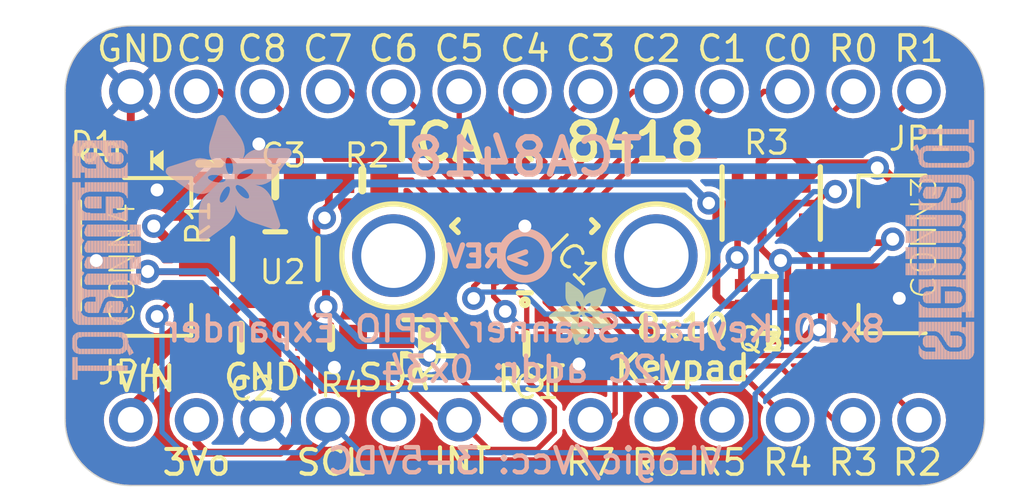
<source format=kicad_pcb>
(kicad_pcb (version 20211014) (generator pcbnew)
  (layers (0 "F.Cu" signal) (31 "B.Cu" signal) (34 "B.Paste" user) (35 "F.Paste" user) (36 "B.SilkS" user "B.Silkscreen") (37 "F.SilkS" user "F.Silkscreen") (38 "B.Mask" user) (39 "F.Mask" user) (44 "Edge.Cuts" user))
  (net 0 "")
  (net 1 "GND")
  (net 2 "SDA")
  (net 3 "SCL")
  (net 4 "SCL_3V")
  (net 5 "SDA_3V")
  (net 6 "3.3V")
  (net 7 "INT")
  (net 8 "VCC")
  (net 9 "N$1")
  (net 10 "C0")
  (net 11 "C1")
  (net 12 "C2")
  (net 13 "C3")
  (net 14 "C4")
  (net 15 "C5")
  (net 16 "C6")
  (net 17 "C7")
  (net 18 "C8")
  (net 19 "C9")
  (net 20 "R0")
  (net 21 "R1")
  (net 22 "R7")
  (net 23 "R6")
  (net 24 "R5")
  (net 25 "R4")
  (net 26 "R3")
  (net 27 "RST_3V")
  (net 28 "R2")
  (net 29 "RST")
  (footprint "eagleBoard:0805-NO" (layer "F.Cu") (at 138.8491 102.2096)
    (fp_text reference "C3")
    (fp_text value "10uF")
  )
  (footprint "eagleBoard:MOUNTINGHOLE_2.5_PLATED" (layer "F.Cu") (at 143.4211 105.0036)
    (fp_text reference "U$1" hide)
    (fp_text value "MOUNTINGHOLE2.5" hide)
  )
  (footprint "eagleBoard:1X13_ROUND_70" (layer "F.Cu") (at 148.5011 98.6536 180)
    (fp_text reference "JP1")
    (fp_text value "")
  )
  (footprint "eagleBoard:0603-NO" (layer "F.Cu") (at 141.0081 108.1786)
    (fp_text reference "R4")
    (fp_text value "10K")
  )
  (footprint "eagleBoard:JST_SH4" (layer "F.Cu") (at 163.1061 105.0036 90)
    (fp_text reference "CONN3")
    (fp_text value "STEMMA_I2C_QT" hide)
  )
  (footprint "eagleBoard:0603-NO" (layer "F.Cu") (at 142.2146 102.0826)
    (fp_text reference "R2")
    (fp_text value "10K")
  )
  (footprint "eagleBoard:0805-NO" (layer "F.Cu") (at 137.5156 108.1786)
    (fp_text reference "C2")
    (fp_text value "10uF")
  )
  (footprint "eagleBoard:JST_SH4" (layer "F.Cu") (at 133.8961 105.0036 -90)
    (fp_text reference "CONN4")
    (fp_text value "STEMMA_I2C_QT" hide)
  )
  (footprint "eagleBoard:FIDUCIAL_1MM" (layer "F.Cu") (at 165.1381 100.5586)
    (fp_text reference "FID4" hide)
    (fp_text value "FIDUCIAL_1MM" hide)
  )
  (footprint "eagleBoard:QFN24_4MM_SMSC" (layer "F.Cu") (at 148.5011 103.8606 135)
    (fp_text reference "IC1")
    (fp_text value "TCA8418")
  )
  (footprint "eagleBoard:FIDUCIAL_1MM" (layer "F.Cu") (at 131.5466 109.5121)
    (fp_text reference "FID3" hide)
    (fp_text value "FIDUCIAL_1MM" hide)
  )
  (footprint "eagleBoard:RESPACK_4X0603" (layer "F.Cu") (at 158.0261 102.9716 180)
    (fp_text reference "R3")
    (fp_text value "10K Pack")
  )
  (footprint "eagleBoard:SOT23-5" (layer "F.Cu") (at 138.8491 105.1306)
    (fp_text reference "U2")
    (fp_text value "AP2127K-3.3")
  )
  (footprint "eagleBoard:0603-NO" (layer "F.Cu") (at 148.5646 108.4326)
    (fp_text reference "C1")
    (fp_text value "0.1uF")
  )
  (footprint "eagleBoard:0603-NO" (layer "F.Cu") (at 136.3091 101.4476 -90)
    (fp_text reference "R1")
    (fp_text value "10K")
  )
  (footprint "eagleBoard:SOD-323" (layer "F.Cu") (at 144.8181 108.1786 180)
    (fp_text reference "D2")
    (fp_text value "1n4148")
  )
  (footprint "eagleBoard:MOUNTINGHOLE_2.5_PLATED" (layer "F.Cu") (at 153.5811 105.0036)
    (fp_text reference "U$17" hide)
    (fp_text value "MOUNTINGHOLE2.5" hide)
  )
  (footprint "eagleBoard:1X13_ROUND_70" (layer "F.Cu") (at 148.5011 111.3536)
    (fp_text reference "JP4")
    (fp_text value "")
  )
  (footprint "eagleBoard:CHIPLED_0603_NOOUTLINE" (layer "F.Cu") (at 134.2771 101.3206 90)
    (fp_text reference "D1")
    (fp_text value "GREEN")
  )
  (footprint "eagleBoard:ADAFRUIT_2.5MM" (layer "F.Cu") (at 151.8666 106.0196 180)
    (fp_text reference "U$20" hide)
    (fp_text value "" hide)
  )
  (footprint "eagleBoard:SOT363" (layer "F.Cu") (at 157.7721 106.9086 90)
    (fp_text reference "Q2")
    (fp_text value "BSS138")
  )
  (footprint "eagleBoard:STEMMAQT" (layer "B.Cu") (at 163.2331 109.0041 90)
    (fp_text reference "U$30" hide)
    (fp_text value "" hide)
  )
  (footprint "eagleBoard:ADAFRUIT_5MM" (layer "B.Cu") (at 139.4841 104.4321 180)
    (fp_text reference "U$19" hide)
    (fp_text value "" hide)
  )
  (footprint "eagleBoard:PCBFEAT-REV-040" (layer "B.Cu") (at 148.5011 105.0036 180)
    (fp_text reference "U$12" hide)
    (fp_text value "" hide)
  )
  (footprint "eagleBoard:STEMMAQT" (layer "B.Cu") (at 133.6421 100.5586 -90)
    (fp_text reference "U$31" hide)
    (fp_text value "" hide)
  )
  (gr_arc (start 166.2811 111.3536) (mid 165.537151 113.149651) (end 163.7411 113.8936) (layer "Edge.Cuts") (width 0.05))
  (gr_arc (start 133.2611 113.8936) (mid 131.465049 113.149651) (end 130.7211 111.3536) (layer "Edge.Cuts") (width 0.05))
  (gr_arc (start 130.7211 98.6536) (mid 131.465049 96.857549) (end 133.2611 96.1136) (layer "Edge.Cuts") (width 0.05))
  (gr_line (start 133.2611 113.8936) (end 163.7411 113.8936) (layer "Edge.Cuts") (width 0.05))
  (gr_line (start 166.2811 111.3536) (end 166.2811 98.6536) (layer "Edge.Cuts") (width 0.05))
  (gr_line (start 163.7411 96.1136) (end 133.2611 96.1136) (layer "Edge.Cuts") (width 0.05))
  (gr_arc (start 163.7411 96.1136) (mid 165.537151 96.857549) (end 166.2811 98.6536) (layer "Edge.Cuts") (width 0.05))
  (gr_line (start 130.7211 98.6536) (end 130.7211 111.3536) (layer "Edge.Cuts") (width 0.05))
  (gr_text "8x10 Keypad Scanner/GPIO Expander\nI2C addr: 0x34" (at 148.5011 108.6231) (layer "B.SilkS") (effects (font (size 0.97155 0.97155) (thickness 0.17145)) (justify mirror)))
  (gr_text "VLogic/Vcc: 3-5VDC" (at 148.5011 112.9411) (layer "B.SilkS") (effects (font (size 0.97155 0.97155) (thickness 0.17145)) (justify mirror)))
  (gr_text "TCA8418" (at 148.5011 101.1936) (layer "B.SilkS") (effects (font (size 1.40335 1.40335) (thickness 0.24765)) (justify mirror)))
  (gr_text "RST" (at 148.7551 109.7661) (layer "F.SilkS") (effects (font (size 0.961136 0.961136) (thickness 0.156464))))
  (gr_text "R2" (at 163.6776 113.0046) (layer "F.SilkS") (effects (font (size 0.983488 0.983488) (thickness 0.134112))))
  (gr_text "C6" (at 143.4211 97.0026) (layer "F.SilkS") (effects (font (size 0.983488 0.983488) (thickness 0.134112))))
  (gr_text "C8" (at 138.3411 97.0026) (layer "F.SilkS") (effects (font (size 0.983488 0.983488) (thickness 0.134112))))
  (gr_text "3Vo" (at 135.8011 113.0046) (layer "F.SilkS") (effects (font (size 0.961136 0.961136) (thickness 0.156464))))
  (gr_text "R1" (at 163.7411 97.0026) (layer "F.SilkS") (effects (font (size 0.983488 0.983488) (thickness 0.134112))))
  (gr_text "on" (at 131.1021 101.4476) (layer "F.SilkS") (effects (font (size 0.983488 0.983488) (thickness 0.134112)) (justify left bottom)))
  (gr_text "C5" (at 145.9611 97.0026) (layer "F.SilkS") (effects (font (size 0.983488 0.983488) (thickness 0.134112))))
  (gr_text "GND" (at 133.4516 97.0026) (layer "F.SilkS") (effects (font (size 0.983488 0.983488) (thickness 0.134112))))
  (gr_text "C4" (at 148.5011 97.0026) (layer "F.SilkS") (effects (font (size 0.983488 0.983488) (thickness 0.134112))))
  (gr_text "C9" (at 135.9916 97.0026) (layer "F.SilkS") (effects (font (size 0.983488 0.983488) (thickness 0.134112))))
  (gr_text "TCA   8418" (at 149.3266 100.6221) (layer "F.SilkS") (effects (font (size 1.40335 1.40335) (thickness 0.24765))))
  (gr_text "8x10\nKeypad" (at 154.5971 108.5596) (layer "F.SilkS") (effects (font (size 0.97155 0.97155) (thickness 0.17145))))
  (gr_text "INT" (at 146.0881 112.9411) (layer "F.SilkS") (effects (font (size 0.961136 0.961136) (thickness 0.156464))))
  (gr_text "R6" (at 153.5811 113.0046) (layer "F.SilkS") (effects (font (size 0.983488 0.983488) (thickness 0.134112))))
  (gr_text "R5" (at 156.1211 113.0046) (layer "F.SilkS") (effects (font (size 0.983488 0.983488) (thickness 0.134112))))
  (gr_text "C7" (at 140.8811 97.0026) (layer "F.SilkS") (effects (font (size 0.983488 0.983488) (thickness 0.134112))))
  (gr_text "C3" (at 151.0411 97.0026) (layer "F.SilkS") (effects (font (size 0.983488 0.983488) (thickness 0.134112))))
  (gr_text "SCL" (at 141.0081 113.0046) (layer "F.SilkS") (effects (font (size 0.961136 0.961136) (thickness 0.156464))))
  (gr_text "R0" (at 161.2011 97.0026) (layer "F.SilkS") (effects (font (size 0.983488 0.983488) (thickness 0.134112))))
  (gr_text "SDA" (at 143.4211 109.7026) (layer "F.SilkS") (effects (font (size 0.961136 0.961136) (thickness 0.156464))))
  (gr_text "R7" (at 151.0411 113.0046) (layer "F.SilkS") (effects (font (size 0.983488 0.983488) (thickness 0.134112))))
  (gr_text "C0" (at 158.6611 97.0026) (layer "F.SilkS") (effects (font (size 0.983488 0.983488) (thickness 0.134112))))
  (gr_text "GND" (at 138.3411 109.7026) (layer "F.SilkS") (effects (font (size 0.961136 0.961136) (thickness 0.156464))))
  (gr_text "R3" (at 161.2011 113.0046) (layer "F.SilkS") (effects (font (size 0.983488 0.983488) (thickness 0.134112))))
  (gr_text "C2" (at 153.5811 97.0026) (layer "F.SilkS") (effects (font (size 0.983488 0.983488) (thickness 0.134112))))
  (gr_text "VIN" (at 133.8326 109.7661) (layer "F.SilkS") (effects (font (size 0.961136 0.961136) (thickness 0.156464))))
  (gr_text "R4" (at 158.6611 113.0046) (layer "F.SilkS") (effects (font (size 0.983488 0.983488) (thickness 0.134112))))
  (gr_text "C1" (at 156.1211 97.0026) (layer "F.SilkS") (effects (font (size 0.983488 0.983488) (thickness 0.134112))))
  (segment (start 146.733331 103.8606) (end 148.5011 103.8606) (width 0.254) (layer "F.Cu") (net 1))
  (segment (start 135.9021 103.5036) (end 135.3171 103.5036) (width 0.4064) (layer "F.Cu") (net 1))
  (segment (start 138.8491 106.4307) (end 138.8491 107.7951) (width 0.4064) (layer "F.Cu") (net 1))
  (segment (start 133.2611 101.0546) (end 133.5271 101.3206) (width 0.3048) (layer "F.Cu") (net 1))
  (segment (start 138.4656 108.1786) (end 138.8491 107.7951) (width 0.4064) (layer "F.Cu") (net 1))
  (segment (start 135.3171 103.5036) (end 134.2771 102.4636) (width 0.4064) (layer "F.Cu") (net 1))
  (segment (start 146.203 104.390932) (end 146.733331 103.8606) (width 0.254) (layer "F.Cu") (net 1))
  (segment (start 133.2611 98.6536) (end 133.2611 101.0546) (width 0.3048) (layer "F.Cu") (net 1))
  (via (at 138.2141 100.6856) (size 0.9064) (drill 0.5) (layers "F.Cu" "B.Cu") (net 1))
  (via (at 131.9276 105.1941) (size 0.9064) (drill 0.5) (layers "F.Cu" "B.Cu") (net 1))
  (via (at 150.5966 109.1946) (size 0.9064) (drill 0.5) (layers "F.Cu" "B.Cu") (net 1))
  (via (at 162.9791 106.6546) (size 0.9064) (drill 0.5) (layers "F.Cu" "B.Cu") (net 1))
  (via (at 141.1351 109.3216) (size 0.9064) (drill 0.5) (layers "F.Cu" "B.Cu") (net 1))
  (via (at 134.2771 102.4636) (size 0.9064) (drill 0.5) (layers "F.Cu" "B.Cu") (net 1))
  (via (at 148.5011 103.8606) (size 0.9064) (drill 0.5) (layers "F.Cu" "B.Cu") (net 1))
  (segment (start 158.3881 105.1941) (end 158.1096 105.1941) (width 0.254) (layer "F.Cu") (net 2))
  (segment (start 136.2831 105.6306) (end 133.918706 105.6306) (width 0.254) (layer "F.Cu") (net 2))
  (segment (start 162.6241 104.5036) (end 162.6071 104.4866) (width 0.254) (layer "F.Cu") (net 2))
  (segment (start 133.918706 105.6306) (end 133.918706 105.615994) (width 0.254) (layer "F.Cu") (net 2))
  (segment (start 158.1096 105.1941) (end 157.6261 104.7106) (width 0.254) (layer "F.Cu") (net 2))
  (segment (start 135.9021 105.5036) (end 136.2831 105.6306) (width 0.254) (layer "F.Cu") (net 2))
  (segment (start 158.6721 105.2696) (end 158.6721 106.1586) (width 0.254) (layer "F.Cu") (net 2))
  (segment (start 158.6721 105.2696) (end 158.3881 105.2696) (width 0.254) (layer "F.Cu") (net 2))
  (segment (start 161.1001 104.5036) (end 162.6241 104.5036) (width 0.254) (layer "F.Cu") (net 2))
  (segment (start 162.7251 104.3686) (end 162.6071 104.4866) (width 0.254) (layer "F.Cu") (net 2))
  (segment (start 158.3881 105.1941) (end 158.3881 105.2696) (width 0.254) (layer "F.Cu") (net 2))
  (segment (start 157.6261 103.8216) (end 157.6261 104.7106) (width 0.254) (layer "F.Cu") (net 2))
  (via (at 158.3881 105.1941) (size 0.9064) (drill 0.5) (layers "F.Cu" "B.Cu") (net 2))
  (via (at 162.7251 104.3686) (size 0.9064) (drill 0.5) (layers "F.Cu" "B.Cu") (net 2))
  (via (at 133.918706 105.615994) (size 0.9064) (drill 0.5) (layers "F.Cu" "B.Cu") (net 2))
  (segment (start 133.918706 105.615994) (end 136.194593 105.615994) (width 0.254) (layer "B.Cu") (net 2))
  (segment (start 158.3881 105.1941) (end 158.3881 108.5786) (width 0.254) (layer "B.Cu") (net 2))
  (segment (start 140.7257 110.1471) (end 136.194593 105.615994) (width 0.254) (layer "B.Cu") (net 2))
  (segment (start 143.4211 111.3536) (end 143.4211 110.1471) (width 0.2032) (layer "B.Cu") (net 2))
  (segment (start 143.4211 110.1471) (end 156.8196 110.1471) (width 0.254) (layer "B.Cu") (net 2))
  (segment (start 140.7257 110.1471) (end 143.4211 110.1471) (width 0.254) (layer "B.Cu") (net 2))
  (segment (start 161.8996 105.1941) (end 158.3881 105.1941) (width 0.254) (layer "B.Cu") (net 2))
  (segment (start 162.7251 104.3686) (end 161.8996 105.1941) (width 0.254) (layer "B.Cu") (net 2))
  (segment (start 158.3881 108.5786) (end 156.8196 110.1471) (width 0.254) (layer "B.Cu") (net 2))
  (segment (start 159.884296 107.877797) (end 159.8341 107.8276) (width 0.2032) (layer "F.Cu") (net 3))
  (segment (start 135.061893 106.5036) (end 134.2771 107.288394) (width 0.2032) (layer "F.Cu") (net 3))
  (segment (start 159.1691 108.3056) (end 157.1371 108.3056) (width 0.254) (layer "F.Cu") (net 3))
  (segment (start 159.9611 107.5136) (end 159.8341 107.6406) (width 0.254) (layer "F.Cu") (net 3))
  (segment (start 134.2771 107.288394) (end 134.2771 107.351894) (width 0.2032) (layer "F.Cu") (net 3))
  (segment (start 159.5161 104.0116) (end 159.3261 103.8216) (width 0.254) (layer "F.Cu") (net 3))
  (segment (start 159.3261 103.8216) (end 159.9611 104.4566) (width 0.254) (layer "F.Cu") (net 3))
  (segment (start 156.8716 108.0401) (end 156.8716 107.6591) (width 0.254) (layer "F.Cu") (net 3))
  (segment (start 159.5761 104.0116) (end 159.5161 104.0116) (width 0.254) (layer "F.Cu") (net 3))
  (segment (start 157.1371 108.3056) (end 156.8716 108.0401) (width 0.254) (layer "F.Cu") (net 3))
  (segment (start 159.8341 107.8276) (end 159.8341 107.6406) (width 0.2032) (layer "F.Cu") (net 3))
  (segment (start 159.8341 107.6406) (end 159.1691 108.3056) (width 0.254) (layer "F.Cu") (net 3))
  (segment (start 156.8721 107.6586) (end 156.8716 107.6591) (width 0.254) (layer "F.Cu") (net 3))
  (segment (start 160.0841 103.5036) (end 159.5761 104.0116) (width 0.254) (layer "F.Cu") (net 3))
  (segment (start 161.1001 103.5036) (end 160.0841 103.5036) (width 0.254) (layer "F.Cu") (net 3))
  (segment (start 159.9611 104.4566) (end 159.9611 107.5136) (width 0.254) (layer "F.Cu") (net 3))
  (segment (start 135.9021 106.5036) (end 135.061893 106.5036) (width 0.2032) (layer "F.Cu") (net 3))
  (via (at 159.884296 107.877797) (size 0.889) (drill 0.4826) (layers "F.Cu" "B.Cu") (net 3))
  (via (at 134.2771 107.351894) (size 0.889) (drill 0.4826) (layers "F.Cu" "B.Cu") (net 3))
  (segment (start 135.26415 112.6236) (end 140.3731 112.6236) (width 0.2032) (layer "B.Cu") (net 3))
  (segment (start 156.8196 112.6236) (end 157.407796 112.035404) (width 0.2032) (layer "B.Cu") (net 3))
  (segment (start 134.4676 107.542394) (end 134.4676 111.82705) (width 0.2032) (layer "B.Cu") (net 3))
  (segment (start 142.1511 112.6236) (end 156.8196 112.6236) (width 0.2032) (layer "B.Cu") (net 3))
  (segment (start 140.8811 111.3536) (end 142.1511 112.6236) (width 0.2032) (layer "B.Cu") (net 3))
  (segment (start 140.8811 112.1156) (end 140.8811 111.3536) (width 0.2032) (layer "B.Cu") (net 3))
  (segment (start 134.4676 111.82705) (end 135.26415 112.6236) (width 0.2032) (layer "B.Cu") (net 3))
  (segment (start 134.2771 107.351894) (end 134.4676 107.542394) (width 0.2032) (layer "B.Cu") (net 3))
  (segment (start 157.407796 110.354297) (end 157.407796 112.035404) (width 0.2032) (layer "B.Cu") (net 3))
  (segment (start 157.407796 110.354297) (end 159.884296 107.877797) (width 0.2032) (layer "B.Cu") (net 3))
  (segment (start 140.3731 112.6236) (end 140.8811 112.1156) (width 0.2032) (layer "B.Cu") (net 3))
  (segment (start 147.7391 107.0356) (end 147.2946 106.5911) (width 0.2032) (layer "F.Cu") (net 4))
  (segment (start 158.4261 103.4606) (end 158.9151 102.9716) (width 0.254) (layer "F.Cu") (net 4))
  (segment (start 160.1851 102.5271) (end 160.5026 102.5271) (width 0.254) (layer "F.Cu") (net 4))
  (segment (start 147.617215 105.805144) (end 147.2946 106.12776) (width 0.2032) (layer "F.Cu") (net 4))
  (segment (start 158.4261 103.8216) (end 158.4261 103.4606) (width 0.254) (layer "F.Cu") (net 4))
  (segment (start 147.7391 107.0356) (end 147.7391 107.1626) (width 0.2032) (layer "F.Cu") (net 4))
  (segment (start 147.2946 106.12776) (end 147.2946 106.5911) (width 0.2032) (layer "F.Cu") (net 4))
  (segment (start 159.5039 107.1626) (end 159.0079 107.6586) (width 0.254) (layer "F.Cu") (net 4))
  (segment (start 158.6721 107.6586) (end 159.0079 107.6586) (width 0.254) (layer "F.Cu") (net 4))
  (segment (start 160.1851 102.5271) (end 159.7406 102.9716) (width 0.254) (layer "F.Cu") (net 4))
  (segment (start 159.5039 105.1479) (end 159.5039 107.1626) (width 0.254) (layer "F.Cu") (net 4))
  (segment (start 158.4261 103.8216) (end 158.4261 104.0701) (width 0.254) (layer "F.Cu") (net 4))
  (segment (start 158.4261 104.0701) (end 159.5039 105.1479) (width 0.254) (layer "F.Cu") (net 4))
  (segment (start 159.7406 102.9716) (end 158.9151 102.9716) (width 0.254) (layer "F.Cu") (net 4))
  (via (at 147.7391 107.1626) (size 0.889) (drill 0.4826) (layers "F.Cu" "B.Cu") (net 4))
  (via (at 160.5026 102.5271) (size 0.9064) (drill 0.5) (layers "F.Cu" "B.Cu") (net 4))
  (segment (start 147.7391 107.1626) (end 148.3106 107.7341) (width 0.2032) (layer "B.Cu") (net 4))
  (segment (start 159.665625 102.5271) (end 160.5026 102.5271) (width 0.2032) (layer "B.Cu") (net 4))
  (segment (start 157.4546 104.738125) (end 159.665625 102.5271) (width 0.2032) (layer "B.Cu") (net 4))
  (segment (start 157.4546 105.6386) (end 157.4546 104.738125) (width 0.2032) (layer "B.Cu") (net 4))
  (segment (start 155.3591 107.7341) (end 148.3106 107.7341) (width 0.2032) (layer "B.Cu") (net 4))
  (segment (start 155.3591 107.7341) (end 157.4546 105.6386) (width 0.2032) (layer "B.Cu") (net 4))
  (segment (start 146.5199 106.195354) (end 146.5199 106.6546) (width 0.2032) (layer "F.Cu") (net 5))
  (segment (start 147.263662 105.451591) (end 146.5199 106.195354) (width 0.2032) (layer "F.Cu") (net 5))
  (segment (start 156.7053 105.074225) (end 156.7261 105.074225) (width 0.2032) (layer "F.Cu") (net 5))
  (segment (start 156.7261 105.074225) (end 156.7261 104.9966) (width 0.2032) (layer "F.Cu") (net 5))
  (segment (start 156.8721 106.1586) (end 156.8721 105.1426) (width 0.254) (layer "F.Cu") (net 5))
  (segment (start 156.8721 105.1426) (end 156.7261 104.9966) (width 0.254) (layer "F.Cu") (net 5))
  (segment (start 156.7261 104.9966) (end 156.7261 103.8216) (width 0.254) (layer "F.Cu") (net 5))
  (via (at 146.5199 106.6546) (size 0.889) (drill 0.4826) (layers "F.Cu" "B.Cu") (net 5))
  (via (at 156.7053 105.074225) (size 0.889) (drill 0.4826) (layers "F.Cu" "B.Cu") (net 5))
  (segment (start 146.5199 106.6546) (end 146.7612 106.4133) (width 0.2032) (layer "B.Cu") (net 5))
  (segment (start 148.430475 106.4133) (end 146.7612 106.4133) (width 0.2032) (layer "B.Cu") (net 5))
  (segment (start 148.430475 106.4133) (end 149.281375 107.2642) (width 0.2032) (layer "B.Cu") (net 5))
  (segment (start 149.281375 107.2642) (end 154.515325 107.2642) (width 0.2032) (layer "B.Cu") (net 5))
  (segment (start 156.7053 105.074225) (end 154.515325 107.2642) (width 0.2032) (layer "B.Cu") (net 5))
  (segment (start 146.910109 105.098038) (end 145.718356 106.289791) (width 0.254) (layer "F.Cu") (net 6))
  (segment (start 145.718356 107.01215) (end 146.154606 107.4484) (width 0.254) (layer "F.Cu") (net 6))
  (segment (start 144.8181 107.848907) (end 145.718356 106.94865) (width 0.254) (layer "F.Cu") (net 6))
  (segment (start 146.154606 107.4484) (end 146.899875 107.4484) (width 0.254) (layer "F.Cu") (net 6))
  (segment (start 156.259653 103.110154) (end 156.1211 102.9716) (width 0.3048) (layer "F.Cu") (net 6))
  (segment (start 140.7541 103.2256) (end 140.7541 103.5431) (width 0.3048) (layer "F.Cu") (net 6))
  (segment (start 135.8011 112.2426) (end 136.1821 112.6236) (width 0.3048) (layer "F.Cu") (net 6))
  (segment (start 140.1581 110.228947) (end 140.1581 108.1786) (width 0.3048) (layer "F.Cu") (net 6))
  (segment (start 145.718356 106.94865) (end 145.718356 107.01215) (width 0.254) (layer "F.Cu") (net 6))
  (segment (start 138.8944 104.8258) (end 139.588556 104.8258) (width 0.3048) (layer "F.Cu") (net 6))
  (segment (start 137.8991 102.2096) (end 137.8991 103.8305) (width 0.3048) (layer "F.Cu") (net 6))
  (segment (start 140.4366 103.6701) (end 140.4366 105.673844) (width 0.3048) (layer "F.Cu") (net 6))
  (segment (start 140.811446 106.978254) (end 140.811446 106.048691) (width 0.3048) (layer "F.Cu") (net 6))
  (segment (start 156.7261 102.6876) (end 156.7261 102.1216) (width 0.3048) (layer "F.Cu") (net 6))
  (segment (start 140.9201 102.5271) (end 140.9201 103.0596) (width 0.3048) (layer "F.Cu") (net 6))
  (segment (start 145.718356 106.289791) (end 145.718356 106.94865) (width 0.254) (layer "F.Cu") (net 6))
  (segment (start 137.8991 102.1876) (end 137.8991 102.2096) (width 0.3048) (layer "F.Cu") (net 6))
  (segment (start 141.3646 102.0826) (end 140.9201 102.5271) (width 0.3048) (layer "F.Cu") (net 6))
  (segment (start 139.0396 112.6236) (end 139.6111 112.0521) (width 0.3048) (layer "F.Cu") (net 6))
  (segment (start 139.6111 112.0521) (end 139.6111 110.775947) (width 0.3048) (layer "F.Cu") (net 6))
  (segment (start 158.4261 102.6986) (end 158.1531 102.9716) (width 0.3048) (layer "F.Cu") (net 6))
  (segment (start 140.1581 108.1786) (end 140.1581 107.6316) (width 0.254) (layer "F.Cu") (net 6))
  (segment (start 136.1821 112.6236) (end 139.0396 112.6236) (width 0.3048) (layer "F.Cu") (net 6))
  (segment (start 140.5636 103.5431) (end 140.4366 103.6701) (width 0.3048) (layer "F.Cu") (net 6))
  (segment (start 156.2481 106.9086) (end 157.1371 106.9086) (width 0.3048) (layer "F.Cu") (net 6))
  (segment (start 158.4261 102.1216) (end 158.4261 102.6986) (width 0.3048) (layer "F.Cu") (net 6))
  (segment (start 139.6111 110.775947) (end 140.1581 110.228947) (width 0.3048) (layer "F.Cu") (net 6))
  (segment (start 136.3091 100.5976) (end 137.8991 102.1876) (width 0.3048) (layer "F.Cu") (net 6))
  (segment (start 156.8721 106.9086) (end 157.1371 106.9086) (width 0.4064) (layer "F.Cu") (net 6))
  (segment (start 157.1371 106.9086) (end 158.6721 106.9086) (width 0.4064) (layer "F.Cu") (net 6))
  (segment (start 155.9052 106.5657) (end 156.2481 106.9086) (width 0.3048) (layer "F.Cu") (net 6))
  (segment (start 140.9201 103.0596) (end 140.7541 103.2256) (width 0.3048) (layer "F.Cu") (net 6))
  (segment (start 156.259653 103.110154) (end 155.9052 103.464607) (width 0.3048) (layer "F.Cu") (net 6))
  (segment (start 156.7261 102.643707) (end 156.259653 103.110154) (width 0.3048) (layer "F.Cu") (net 6))
  (segment (start 155.9052 103.464607) (end 155.9052 106.5657) (width 0.3048) (layer "F.Cu") (net 6))
  (segment (start 156.7261 102.1216) (end 156.7261 102.643707) (width 0.3048) (layer "F.Cu") (net 6))
  (segment (start 146.899875 107.4484) (end 147.7146 108.263125) (width 0.254) (layer "F.Cu") (net 6))
  (segment (start 140.7541 103.5431) (end 140.5636 103.5431) (width 0.3048) (layer "F.Cu") (net 6))
  (segment (start 140.811446 106.048691) (end 140.4366 105.673844) (width 0.3048) (layer "F.Cu") (net 6))
  (segment (start 158.1531 102.9716) (end 157.0101 102.9716) (width 0.3048) (layer "F.Cu") (net 6))
  (segment (start 140.1581 107.6316) (end 140.811446 106.978254) (width 0.254) (layer "F.Cu") (net 6))
  (segment (start 147.7146 108.263125) (end 147.7146 108.4326) (width 0.254) (layer "F.Cu") (net 6))
  (segment (start 139.588556 104.8258) (end 140.4366 105.673844) (width 0.3048) (layer "F.Cu") (net 6))
  (segment (start 135.8011 111.3536) (end 135.8011 112.2426) (width 0.3048) (layer "F.Cu") (net 6))
  (segment (start 156.1211 102.9716) (end 155.6131 102.9716) (width 0.3048) (layer "F.Cu") (net 6))
  (segment (start 144.8181 108.8644) (end 144.8181 107.848907) (width 0.254) (layer "F.Cu") (net 6))
  (segment (start 157.0101 102.9716) (end 156.7261 102.6876) (width 0.3048) (layer "F.Cu") (net 6))
  (segment (start 137.8991 103.8305) (end 138.8944 104.8258) (width 0.3048) (layer "F.Cu") (net 6))
  (via (at 155.6131 102.9716) (size 0.889) (drill 0.4826) (layers "F.Cu" "B.Cu") (net 6))
  (via (at 144.8181 108.8644) (size 0.889) (drill 0.4826) (layers "F.Cu" "B.Cu") (net 6))
  (via (at 140.7541 103.5431) (size 0.889) (drill 0.4826) (layers "F.Cu" "B.Cu") (net 6))
  (via (at 140.811446 106.978254) (size 0.889) (drill 0.4826) (layers "F.Cu" "B.Cu") (net 6))
  (segment (start 144.2466 108.2929) (end 142.126093 108.2929) (width 0.254) (layer "B.Cu") (net 6))
  (segment (start 142.126093 108.2929) (end 140.811446 106.978254) (width 0.254) (layer "B.Cu") (net 6))
  (segment (start 144.8181 108.8644) (end 144.2466 108.2929) (width 0.254) (layer "B.Cu") (net 6))
  (segment (start 140.7541 103.5431) (end 140.7541 103.3526) (width 0.3048) (layer "B.Cu") (net 6))
  (segment (start 154.8511 102.2096) (end 141.8971 102.2096) (width 0.3048) (layer "B.Cu") (net 6))
  (segment (start 141.8971 102.2096) (end 140.7541 103.3526) (width 0.3048) (layer "B.Cu") (net 6))
  (segment (start 155.6131 102.9716) (end 154.8511 102.2096) (width 0.3048) (layer "B.Cu") (net 6))
  (segment (start 148.97455 112.4966) (end 147.1041 112.4966) (width 0.2032) (layer "F.Cu") (net 7))
  (segment (start 147.1041 112.4966) (end 145.9611 111.3536) (width 0.2032) (layer "F.Cu") (net 7))
  (segment (start 148.5723 106.760232) (end 148.5723 109.80835) (width 0.2032) (layer "F.Cu") (net 7))
  (segment (start 142.5321 109.0676) (end 142.9766 109.0676) (width 0.254) (layer "F.Cu") (net 7))
  (segment (start 149.6441 110.88015) (end 149.6441 111.82705) (width 0.2032) (layer "F.Cu") (net 7))
  (segment (start 141.8581 108.1786) (end 141.8581 108.3936) (width 0.254) (layer "F.Cu") (net 7))
  (segment (start 141.8581 108.3936) (end 142.5321 109.0676) (width 0.254) (layer "F.Cu") (net 7))
  (segment (start 145.2626 111.3536) (end 145.9611 111.3536) (width 0.254) (layer "F.Cu") (net 7))
  (segment (start 149.6441 111.82705) (end 148.97455 112.4966) (width 0.2032) (layer "F.Cu") (net 7))
  (segment (start 148.5723 109.80835) (end 149.6441 110.88015) (width 0.2032) (layer "F.Cu") (net 7))
  (segment (start 147.970768 106.1587) (end 148.5723 106.760232) (width 0.2032) (layer "F.Cu") (net 7))
  (segment (start 145.2626 111.3536) (end 142.9766 109.0676) (width 0.254) (layer "F.Cu") (net 7))
  (segment (start 136.9571 104.5036) (end 137.8991 105.4456) (width 0.4064) (layer "F.Cu") (net 8))
  (segment (start 136.5656 107.7642) (end 136.5656 108.1786) (width 0.4064) (layer "F.Cu") (net 8))
  (segment (start 135.9021 104.5036) (end 134.7931 104.5036) (width 0.4064) (layer "F.Cu") (net 8))
  (segment (start 137.9601 105.3846) (end 139.35709 105.3846) (width 0.4064) (layer "F.Cu") (net 8))
  (segment (start 163.9951 104.8766) (end 163.9951 103.3526) (width 0.4064) (layer "F.Cu") (net 8))
  (segment (start 133.2611 111.3536) (end 133.2611 110.9091) (width 0.4064) (layer "F.Cu") (net 8))
  (segment (start 139.7991 105.82661) (end 139.7991 106.4307) (width 0.4064) (layer "F.Cu") (net 8))
  (segment (start 136.4386 108.0516) (end 136.1186 108.0516) (width 0.4064) (layer "F.Cu") (net 8))
  (segment (start 137.8991 106.4307) (end 136.5656 107.7642) (width 0.4064) (layer "F.Cu") (net 8))
  (segment (start 163.3681 105.5036) (end 161.1001 105.5036) (width 0.4064) (layer "F.Cu") (net 8))
  (segment (start 158.9151 101.0666) (end 159.6481 101.7996) (width 0.4064) (layer "F.Cu") (net 8))
  (segment (start 157.8991 101.0666) (end 158.9151 101.0666) (width 0.4064) (layer "F.Cu") (net 8))
  (segment (start 159.6481 101.7996) (end 159.9611 101.4866) (width 0.4064) (layer "F.Cu") (net 8))
  (segment (start 163.3681 105.5036) (end 163.9951 104.8766) (width 0.4064) (layer "F.Cu") (net 8))
  (segment (start 162.0021 101.4866) (end 159.9611 101.4866) (width 0.4064) (layer "F.Cu") (net 8))
  (segment (start 139.35709 105.3846) (end 139.7991 105.82661) (width 0.4064) (layer "F.Cu") (net 8))
  (segment (start 163.9951 103.3526) (end 162.2561 101.6136) (width 0.4064) (layer "F.Cu") (net 8))
  (segment (start 134.7931 104.5036) (end 134.1501 103.8606) (width 0.4064) (layer "F.Cu") (net 8))
  (segment (start 162.1291 101.6136) (end 162.0021 101.4866) (width 0.4064) (layer "F.Cu") (net 8))
  (segment (start 136.1186 108.0516) (end 133.2611 110.9091) (width 0.4064) (layer "F.Cu") (net 8))
  (segment (start 159.3261 102.1216) (end 159.6481 101.7996) (width 0.4064) (layer "F.Cu") (net 8))
  (segment (start 137.9601 105.3846) (end 137.8991 105.4456) (width 0.4064) (layer "F.Cu") (net 8))
  (segment (start 135.9021 104.5036) (end 136.9571 104.5036) (width 0.4064) (layer "F.Cu") (net 8))
  (segment (start 137.8991 105.4456) (end 137.8991 106.4307) (width 0.4064) (layer "F.Cu") (net 8))
  (segment (start 157.6261 102.1216) (end 157.6261 101.3396) (width 0.4064) (layer "F.Cu") (net 8))
  (segment (start 136.5656 108.1786) (end 136.4386 108.0516) (width 0.4064) (layer "F.Cu") (net 8))
  (segment (start 157.6261 101.3396) (end 157.8991 101.0666) (width 0.4064) (layer "F.Cu") (net 8))
  (segment (start 162.2561 101.6136) (end 162.1291 101.6136) (width 0.4064) (layer "F.Cu") (net 8))
  (via (at 134.1501 103.8606) (size 0.9064) (drill 0.5) (layers "F.Cu" "B.Cu") (net 8))
  (via (at 162.1291 101.6136) (size 0.9064) (drill 0.5) (layers "F.Cu" "B.Cu") (net 8))
  (segment (start 161.9141 101.6381) (end 136.6266 101.6381) (width 0.4064) (layer "B.Cu") (net 8))
  (segment (start 136.6266 101.6381) (end 134.4041 103.8606) (width 0.4064) (layer "B.Cu") (net 8))
  (segment (start 134.4041 103.8606) (end 134.1501 103.8606) (width 0.4064) (layer "B.Cu") (net 8))
  (segment (start 162.1291 101.6136) (end 161.9386 101.6136) (width 0.4064) (layer "B.Cu") (net 8))
  (segment (start 161.9386 101.6136) (end 161.9141 101.6381) (width 0.4064) (layer "B.Cu") (net 8))
  (segment (start 136.0041 102.2976) (end 136.3091 102.2976) (width 0.254) (layer "F.Cu") (net 9))
  (segment (start 135.0271 101.3206) (end 136.0041 102.2976) (width 0.254) (layer "F.Cu") (net 9))
  (segment (start 150.092087 102.623166) (end 150.126009 102.623166) (width 0.2032) (layer "F.Cu") (net 10))
  (segment (start 155.4607 100.33) (end 155.9941 99.7966) (width 0.2032) (layer "F.Cu") (net 10))
  (segment (start 157.73755 98.6536) (end 158.6611 98.6536) (width 0.2032) (layer "F.Cu") (net 10))
  (segment (start 150.126009 102.623166) (end 152.419175 100.33) (width 0.2032) (layer "F.Cu") (net 10))
  (segment (start 152.419175 100.33) (end 155.4607 100.33) (width 0.2032) (layer "F.Cu") (net 10))
  (segment (start 156.59455 99.7966) (end 157.73755 98.6536) (width 0.2032) (layer "F.Cu") (net 10))
  (segment (start 155.9941 99.7966) (end 156.59455 99.7966) (width 0.2032) (layer "F.Cu") (net 10))
  (segment (start 156.1211 98.9076) (end 156.1211 98.6536) (width 0.2032) (layer "F.Cu") (net 11))
  (segment (start 155.1051 99.9236) (end 156.1211 98.9076) (width 0.2032) (layer "F.Cu") (net 11))
  (segment (start 152.123837 99.9236) (end 155.1051 99.9236) (width 0.2032) (layer "F.Cu") (net 11))
  (segment (start 149.738534 102.269613) (end 149.777825 102.269613) (width 0.2032) (layer "F.Cu") (net 11))
  (segment (start 149.777825 102.269613) (end 152.123837 99.9236) (width 0.2032) (layer "F.Cu") (net 11))
  (segment (start 149.384981 101.91606) (end 149.42964 101.91606) (width 0.2032) (layer "F.Cu") (net 12))
  (segment (start 152.6921 98.6536) (end 149.42964 101.91606) (width 0.2032) (layer "F.Cu") (net 12))
  (segment (start 152.6921 98.6536) (end 153.5811 98.6536) (width 0.2032) (layer "F.Cu") (net 12))
  (segment (start 149.031428 100.663272) (end 151.0411 98.6536) (width 0.2032) (layer "F.Cu") (net 13))
  (segment (start 149.031428 101.562504) (end 149.031428 100.663272) (width 0.2032) (layer "F.Cu") (net 13))
  (segment (start 147.970768 101.562504) (end 147.970768 99.183932) (width 0.2032) (layer "F.Cu") (net 14))
  (segment (start 147.970768 99.183932) (end 148.5011 98.6536) (width 0.2032) (layer "F.Cu") (net 14))
  (segment (start 145.9611 100.259944) (end 145.9611 98.6536) (width 0.2032) (layer "F.Cu") (net 15))
  (segment (start 147.617215 101.91606) (end 145.9611 100.259944) (width 0.2032) (layer "F.Cu") (net 15))
  (segment (start 147.263662 102.269613) (end 143.64765 98.6536) (width 0.2032) (layer "F.Cu") (net 16))
  (segment (start 143.4211 98.6536) (end 143.64765 98.6536) (width 0.2032) (layer "F.Cu") (net 16))
  (segment (start 140.8811 98.6536) (end 141.713075 98.6536) (width 0.2032) (layer "F.Cu") (net 17))
  (segment (start 144.159743 99.8728) (end 146.910109 102.623166) (width 0.2032) (layer "F.Cu") (net 17))
  (segment (start 142.932275 99.8728) (end 141.713075 98.6536) (width 0.2032) (layer "F.Cu") (net 17))
  (segment (start 144.159743 99.8728) (end 142.932275 99.8728) (width 0.2032) (layer "F.Cu") (net 17))
  (segment (start 143.883737 100.3039) (end 146.556556 102.976719) (width 0.2032) (layer "F.Cu") (net 18))
  (segment (start 142.7226 100.3039) (end 143.883737 100.3039) (width 0.2032) (layer "F.Cu") (net 18))
  (segment (start 138.3411 98.6536) (end 139.6111 99.9236) (width 0.2032) (layer "F.Cu") (net 18))
  (segment (start 142.7226 100.3039) (end 142.3423 99.9236) (width 0.2032) (layer "F.Cu") (net 18))
  (segment (start 142.3423 99.9236) (end 139.6111 99.9236) (width 0.2032) (layer "F.Cu") (net 18))
  (segment (start 137.8331 99.7966) (end 136.6901 98.6536) (width 0.2032) (layer "F.Cu") (net 19))
  (segment (start 143.621828 100.7491) (end 146.203 103.330272) (width 0.2032) (layer "F.Cu") (net 19))
  (segment (start 142.2781 100.7491) (end 143.621828 100.7491) (width 0.2032) (layer "F.Cu") (net 19))
  (segment (start 141.9218 100.3928) (end 142.2781 100.7491) (width 0.2032) (layer "F.Cu") (net 19))
  (segment (start 139.4453 100.3928) (end 141.9218 100.3928) (width 0.2032) (layer "F.Cu") (net 19))
  (segment (start 138.8491 99.7966) (end 137.8331 99.7966) (width 0.2032) (layer "F.Cu") (net 19))
  (segment (start 135.8011 98.6536) (end 136.6901 98.6536) (width 0.2032) (layer "F.Cu") (net 19))
  (segment (start 138.8491 99.7966) (end 139.4453 100.3928) (width 0.2032) (layer "F.Cu") (net 19))
  (segment (start 152.714512 100.7364) (end 155.721487 100.7364) (width 0.2032) (layer "F.Cu") (net 20))
  (segment (start 159.9311 99.9236) (end 161.2011 98.6536) (width 0.2032) (layer "F.Cu") (net 20))
  (segment (start 155.721487 100.7364) (end 156.153287 100.3046) (width 0.2032) (layer "F.Cu") (net 20))
  (segment (start 156.153287 100.3046) (end 156.7561 100.3046) (width 0.2032) (layer "F.Cu") (net 20))
  (segment (start 157.1371 99.9236) (end 156.7561 100.3046) (width 0.2032) (layer "F.Cu") (net 20))
  (segment (start 150.44564 102.976719) (end 150.474193 102.976719) (width 0.2032) (layer "F.Cu") (net 20))
  (segment (start 159.9311 99.9236) (end 157.1371 99.9236) (width 0.2032) (layer "F.Cu") (net 20))
  (segment (start 150.474193 102.976719) (end 152.714512 100.7364) (width 0.2032) (layer "F.Cu") (net 20))
  (segment (start 150.799196 103.330272) (end 150.822378 103.330272) (width 0.2032) (layer "F.Cu") (net 21))
  (segment (start 153.00985 101.1428) (end 155.889825 101.1428) (width 0.2032) (layer "F.Cu") (net 21))
  (segment (start 156.321625 100.711) (end 156.924437 100.711) (width 0.2032) (layer "F.Cu") (net 21))
  (segment (start 157.305437 100.33) (end 162.0647 100.33) (width 0.2032) (layer "F.Cu") (net 21))
  (segment (start 155.889825 101.1428) (end 156.321625 100.711) (width 0.2032) (layer "F.Cu") (net 21))
  (segment (start 156.924437 100.711) (end 157.305437 100.33) (width 0.2032) (layer "F.Cu") (net 21))
  (segment (start 162.0647 100.33) (end 163.7411 98.6536) (width 0.2032) (layer "F.Cu") (net 21))
  (segment (start 153.00985 101.1428) (end 150.822378 103.330272) (width 0.2032) (layer "F.Cu") (net 21))
  (segment (start 149.285428 106.4127) (end 149.285428 106.7937) (width 0.2032) (layer "F.Cu") (net 22))
  (segment (start 151.9936 109.501872) (end 149.285428 106.7937) (width 0.2032) (layer "F.Cu") (net 22))
  (segment (start 151.7396 111.3536) (end 151.0411 111.3536) (width 0.2032) (layer "F.Cu") (net 22))
  (segment (start 151.9936 109.501872) (end 151.9936 111.0996) (width 0.2032) (layer "F.Cu") (net 22))
  (segment (start 151.9936 111.0996) (end 151.7396 111.3536) (width 0.2032) (layer "F.Cu") (net 22))
  (segment (start 149.031428 106.1587) (end 149.285428 106.4127) (width 0.2032) (layer "F.Cu") (net 22))
  (segment (start 149.702481 106.122644) (end 149.702481 106.630644) (width 0.2032) (layer "F.Cu") (net 23))
  (segment (start 153.5811 110.509263) (end 149.702481 106.630644) (width 0.2032) (layer "F.Cu") (net 23))
  (segment (start 153.5811 110.509263) (end 153.5811 111.3536) (width 0.2032) (layer "F.Cu") (net 23))
  (segment (start 149.384981 105.805144) (end 149.702481 106.122644) (width 0.2032) (layer "F.Cu") (net 23))
  (segment (start 150.119534 105.832591) (end 150.119534 106.467591) (width 0.2032) (layer "F.Cu") (net 24))
  (segment (start 154.8511 110.0836) (end 156.1211 111.3536) (width 0.2032) (layer "F.Cu") (net 24))
  (segment (start 153.735543 110.0836) (end 150.119534 106.467591) (width 0.2032) (layer "F.Cu") (net 24))
  (segment (start 153.735543 110.0836) (end 154.8511 110.0836) (width 0.2032) (layer "F.Cu") (net 24))
  (segment (start 149.738534 105.451591) (end 150.119534 105.832591) (width 0.2032) (layer "F.Cu") (net 24))
  (segment (start 153.90925 109.6772) (end 150.536587 106.304538) (width 0.2032) (layer "F.Cu") (net 25))
  (segment (start 150.536587 105.542538) (end 150.536587 106.304538) (width 0.2032) (layer "F.Cu") (net 25))
  (segment (start 156.9847 109.6772) (end 158.6611 111.3536) (width 0.2032) (layer "F.Cu") (net 25))
  (segment (start 153.90925 109.6772) (end 156.9847 109.6772) (width 0.2032) (layer "F.Cu") (net 25))
  (segment (start 150.092087 105.098038) (end 150.536587 105.542538) (width 0.2032) (layer "F.Cu") (net 25))
  (segment (start 154.146456 109.2708) (end 158.3563 109.2708) (width 0.2032) (layer "F.Cu") (net 26))
  (segment (start 150.95364 105.252485) (end 150.95364 106.077985) (width 0.2032) (layer "F.Cu") (net 26))
  (segment (start 160.4391 111.3536) (end 161.2011 111.3536) (width 0.2032) (layer "F.Cu") (net 26))
  (segment (start 150.44564 104.744485) (end 150.95364 105.252485) (width 0.2032) (layer "F.Cu") (net 26))
  (segment (start 154.146456 109.2708) (end 150.95364 106.077985) (width 0.2032) (layer "F.Cu") (net 26))
  (segment (start 158.3563 109.2708) (end 160.4391 111.3536) (width 0.2032) (layer "F.Cu") (net 26))
  (segment (start 146.002268 105.298772) (end 145.286556 106.014485) (width 0.2032) (layer "F.Cu") (net 27))
  (segment (start 145.545356 104.730025) (end 146.002268 105.186938) (width 0.2032) (layer "F.Cu") (net 27))
  (segment (start 143.0646 102.0826) (end 144.129843 102.0826) (width 0.2032) (layer "F.Cu") (net 27))
  (segment (start 145.545356 103.498113) (end 145.545356 104.730025) (width 0.2032) (layer "F.Cu") (net 27))
  (segment (start 143.5481 108.1786) (end 143.5481 108.0516) (width 0.2032) (layer "F.Cu") (net 27))
  (segment (start 145.286556 106.313144) (end 143.5481 108.0516) (width 0.2032) (layer "F.Cu") (net 27))
  (segment (start 145.286556 106.014485) (end 145.286556 106.313144) (width 0.2032) (layer "F.Cu") (net 27))
  (segment (start 146.002268 105.186938) (end 146.002268 105.298772) (width 0.2032) (layer "F.Cu") (net 27))
  (segment (start 146.556556 104.744485) (end 146.002268 105.298772) (width 0.2032) (layer "F.Cu") (net 27))
  (segment (start 145.545356 103.498113) (end 144.129843 102.0826) (width 0.2032) (layer "F.Cu") (net 27))
  (segment (start 151.370696 104.962432) (end 151.370696 105.914932) (width 0.2032) (layer "F.Cu") (net 28))
  (segment (start 154.320165 108.8644) (end 161.2519 108.8644) (width 0.2032) (layer "F.Cu") (net 28))
  (segment (start 161.2519 108.8644) (end 163.7411 111.3536) (width 0.2032) (layer "F.Cu") (net 28))
  (segment (start 154.320165 108.8644) (end 151.370696 105.914932) (width 0.2032) (layer "F.Cu") (net 28))
  (segment (start 150.799196 104.390932) (end 151.370696 104.962432) (width 0.2032) (layer "F.Cu") (net 28))
  (segment (start 145.5928 108.4199) (end 145.5928 109.365275) (width 0.2032) (layer "F.Cu") (net 29))
  (segment (start 147.581125 111.3536) (end 145.5928 109.365275) (width 0.2032) (layer "F.Cu") (net 29))
  (segment (start 147.581125 111.3536) (end 148.5011 111.3536) (width 0.2032) (layer "F.Cu") (net 29))
  (segment (start 146.0881 108.1786) (end 145.8341 108.1786) (width 0.2032) (layer "F.Cu") (net 29))
  (segment (start 145.8341 108.1786) (end 145.5928 108.4199) (width 0.2032) (layer "F.Cu") (net 29))
  (zone (net 1) (net_name "GND") (layer "F.Cu") (priority 6) (connect_pads (clearance 0.000001)) (min_thickness 0.127) (fill yes (thermal_gap 0.304) (thermal_bridge_width 0.304))
    (polygon (pts (xy 166.4081 114.0206) (xy 130.5941 114.0206) (xy 130.5941 95.9866) (xy 166.4081 95.9866)))
  )
  (zone (net 1) (net_name "GND") (layer "B.Cu") (priority 6) (connect_pads (clearance 0.000001)) (min_thickness 0.127) (fill yes (thermal_gap 0.304) (thermal_bridge_width 0.304))
    (polygon (pts (xy 166.4081 114.0206) (xy 130.5941 114.0206) (xy 130.5941 95.9866) (xy 166.4081 95.9866)))
  )
)
</source>
